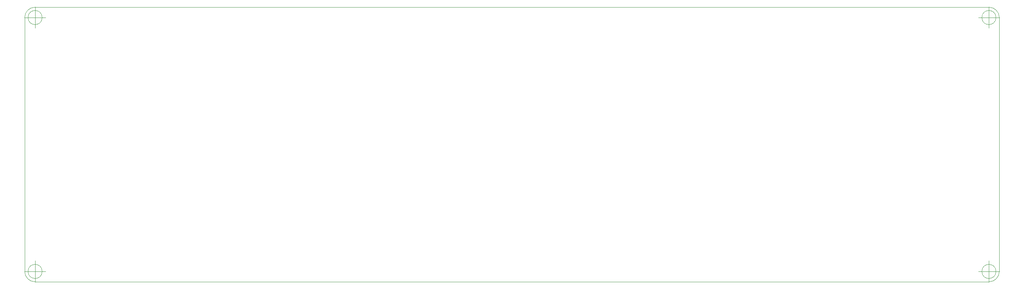
<source format=gbr>
%TF.GenerationSoftware,KiCad,Pcbnew,5.1.9+dfsg1-1+deb11u1*%
%TF.CreationDate,2023-02-01T01:12:41+08:00*%
%TF.ProjectId,QS27_1,51533237-5f31-42e6-9b69-6361645f7063,v1.0*%
%TF.SameCoordinates,Original*%
%TF.FileFunction,Profile,NP*%
%FSLAX46Y46*%
G04 Gerber Fmt 4.6, Leading zero omitted, Abs format (unit mm)*
G04 Created by KiCad (PCBNEW 5.1.9+dfsg1-1+deb11u1) date 2023-02-01 01:12:41*
%MOMM*%
%LPD*%
G01*
G04 APERTURE LIST*
%TA.AperFunction,Profile*%
%ADD10C,0.050000*%
%TD*%
G04 APERTURE END LIST*
D10*
X323566666Y-184350000D02*
G75*
G03*
X323566666Y-184350000I-1666666J0D01*
G01*
X319400000Y-184350000D02*
X324400000Y-184350000D01*
X321900000Y-181850000D02*
X321900000Y-186850000D01*
X323566666Y-124400000D02*
G75*
G03*
X323566666Y-124400000I-1666666J0D01*
G01*
X319400000Y-124400000D02*
X324400000Y-124400000D01*
X321900000Y-121900000D02*
X321900000Y-126900000D01*
X98566666Y-124400000D02*
G75*
G03*
X98566666Y-124400000I-1666666J0D01*
G01*
X94400000Y-124400000D02*
X99400000Y-124400000D01*
X96900000Y-121900000D02*
X96900000Y-126900000D01*
X98566666Y-184350000D02*
G75*
G03*
X98566666Y-184350000I-1666666J0D01*
G01*
X94400000Y-184350000D02*
X99400000Y-184350000D01*
X96900000Y-181850000D02*
X96900000Y-186850000D01*
X96900000Y-121950000D02*
X321900000Y-121950000D01*
X94450000Y-184350000D02*
X94450000Y-124400000D01*
X321900000Y-186800000D02*
X96900000Y-186800000D01*
X324350000Y-124400000D02*
X324350000Y-184350000D01*
X321900000Y-121950000D02*
G75*
G02*
X324350000Y-124400000I0J-2450000D01*
G01*
X324350000Y-184350000D02*
G75*
G02*
X321900000Y-186800000I-2450000J0D01*
G01*
X96900000Y-186800000D02*
G75*
G02*
X94450000Y-184350000I0J2450000D01*
G01*
X94450000Y-124400000D02*
G75*
G02*
X96900000Y-121950000I2450000J0D01*
G01*
M02*

</source>
